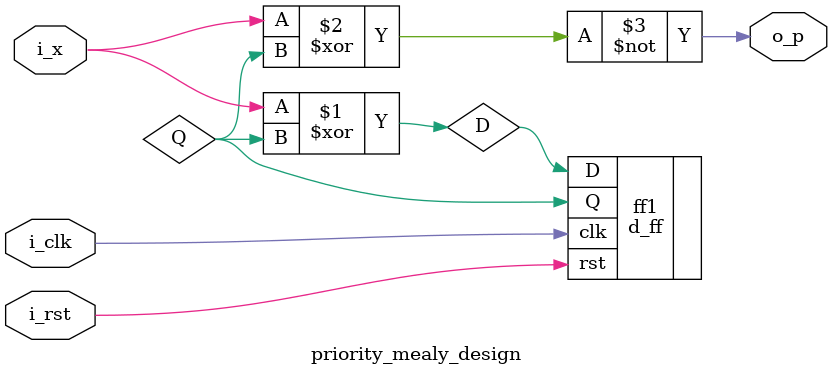
<source format=v>
`timescale 1ns / 1ps

module priority_mealy_design( input i_x, i_clk, i_rst,
output o_p 
    );
    
    wire D, Q;
    xor g1(D, i_x, Q);
    xnor g2(o_p, i_x, Q);
    
    d_ff ff1(.D(D), .clk(i_clk), .rst(i_rst), .Q(Q));
     
endmodule

</source>
